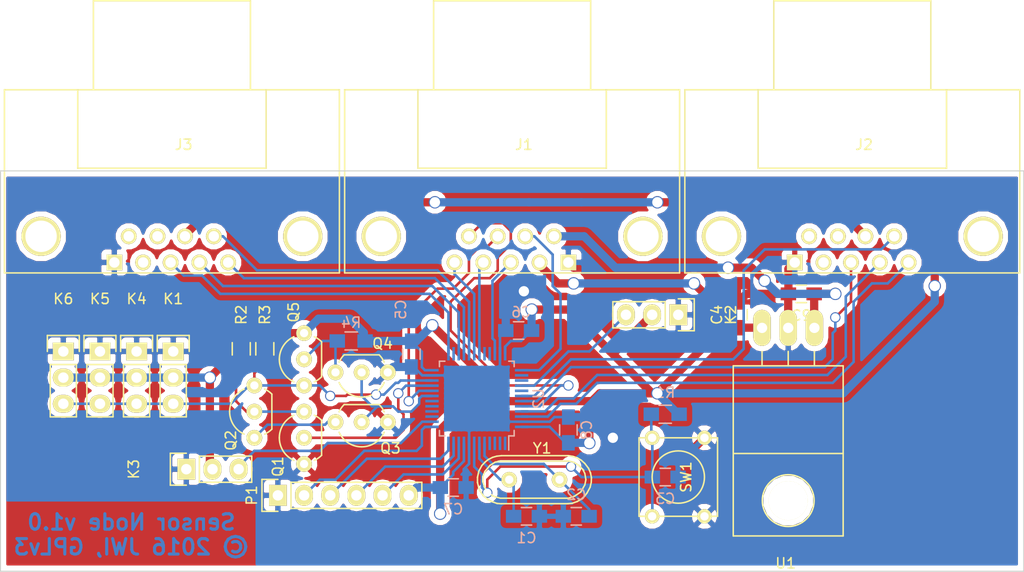
<source format=kicad_pcb>
(kicad_pcb (version 4) (host pcbnew 4.0.2+dfsg1-stable)
  (layers (0 F.Cu signal) (31 B.Cu signal) (34 B.Paste user) (35 F.Paste user) (36 B.SilkS user) (37 F.SilkS user) (38 B.Mask user) (39 F.Mask user) (44 Edge.Cuts user))
  (net 0 "")
  (net 1 "/Sensor Block/XTAL1")
  (net 2 GND)
  (net 3 "/Sensor Block/XTAL2")
  (net 4 "/Sensor Block/RESET")
  (net 5 +3V3)
  (net 6 +5V)
  (net 7 "/Sensor Block/SWDIO")
  (net 8 "/Sensor Block/USART1_RX")
  (net 9 "/Sensor Block/USART1_TX")
  (net 10 "/Sensor Block/BOOT0")
  (net 11 "/Sensor Block/BOOT1")
  (net 12 "/Sensor Block/SWCLK")
  (net 13 "/Sensor Block/LIGHT2_EN")
  (net 14 "/Sensor Block/LIGHT2_SEL2")
  (net 15 "/Sensor Block/LIGHT2_SEL3")
  (net 16 "/Sensor Block/LIGHT2_FREQ")
  (net 17 "/Sensor Block/LIGHT1_EN")
  (net 18 "/Sensor Block/LIGHT1_SEL2")
  (net 19 "/Sensor Block/LIGHT1_SEL3")
  (net 20 "/Sensor Block/LIGHT1_FREQ")
  (net 21 "/Sensor Block/USART To OneWire/ONEWIRE_BUS")
  (net 22 "/Sensor Block/DHT_BUS")
  (net 23 "/Sensor Block/NOISE_LEVEL")
  (net 24 "/Sensor Block/XBEE_RX")
  (net 25 "/Sensor Block/XBEE_TX")
  (net 26 "/Sensor Block/XBEE_RTS")
  (net 27 "/Sensor Block/XBEE_CTS")
  (net 28 "/Sensor Block/USART To OneWire/USART_TX")
  (net 29 "Net-(Q1-Pad3)")
  (net 30 "Net-(Q2-Pad1)")
  (net 31 "/Sensor Block/USART To OneWire/DATA_EN")
  (net 32 "Net-(Q4-Pad3)")
  (module Connect:DB9FC (layer F.Cu) (at 140.97 50.546)
    (fp_text reference J2 (at 1.27 -10.16) (layer F.SilkS))
    (fp_text value DB9)
    (pad "" thru_hole circle (at 12.827 -1.27) (size 3.81 3.81) (drill 3.048) (layers *.Cu *.Mask F.SilkS))
    (pad "" thru_hole circle (at -12.573 -1.27) (size 3.81 3.81) (drill 3.048) (layers *.Cu *.Mask F.SilkS))
    (pad 1 thru_hole rect (at -5.461 1.27) (size 1.524 1.524) (drill 1.016) (layers *.Cu *.Mask F.SilkS) (net 2 GND))
    (pad 2 thru_hole circle (at -2.667 1.27) (size 1.524 1.524) (drill 1.016) (layers *.Cu *.Mask F.SilkS))
    (pad 3 thru_hole circle (at 0 1.27) (size 1.524 1.524) (drill 1.016) (layers *.Cu *.Mask F.SilkS) (net 13 "/Sensor Block/LIGHT2_EN"))
    (pad 4 thru_hole circle (at 2.794 1.27) (size 1.524 1.524) (drill 1.016) (layers *.Cu *.Mask F.SilkS) (net 14 "/Sensor Block/LIGHT2_SEL2"))
    (pad 5 thru_hole circle (at 5.588 1.27) (size 1.524 1.524) (drill 1.016) (layers *.Cu *.Mask F.SilkS) (net 15 "/Sensor Block/LIGHT2_SEL3"))
    (pad 6 thru_hole circle (at -4.064 -1.27) (size 1.524 1.524) (drill 1.016) (layers *.Cu *.Mask F.SilkS))
    (pad 7 thru_hole circle (at -1.27 -1.27) (size 1.524 1.524) (drill 1.016) (layers *.Cu *.Mask F.SilkS))
    (pad 8 thru_hole circle (at 1.397 -1.27) (size 1.524 1.524) (drill 1.016) (layers *.Cu *.Mask F.SilkS) (net 5 +3V3))
    (pad 9 thru_hole circle (at 4.191 -1.27) (size 1.524 1.524) (drill 1.016) (layers *.Cu *.Mask F.SilkS) (net 16 "/Sensor Block/LIGHT2_FREQ"))
  )
  (module Crystals:Crystal_HC49-U_Vertical (layer F.Cu) (at 110.236 72.898)
    (fp_text reference Y1 (at 0.762 -3.048) (layer F.SilkS))
    (fp_text value 24MHz)
    (pad 1 thru_hole circle (at -2.44094 0) (size 1.50114 1.50114) (drill 0.8001) (layers *.Cu *.Mask F.SilkS) (net 1 "/Sensor Block/XTAL1"))
    (pad 2 thru_hole circle (at 2.44094 0) (size 1.50114 1.50114) (drill 0.8001) (layers *.Cu *.Mask F.SilkS) (net 3 "/Sensor Block/XTAL2"))
  )
  (module Connect:DB9MC (layer F.Cu) (at 107.95 50.546)
    (fp_text reference J1 (at 1.27 -10.16) (layer F.SilkS))
    (fp_text value DB9)
    (pad "" thru_hole circle (at 12.827 -1.27) (size 3.81 3.81) (drill 3.048) (layers *.Cu *.Mask F.SilkS))
    (pad "" thru_hole circle (at -12.573 -1.27) (size 3.81 3.81) (drill 3.048) (layers *.Cu *.Mask F.SilkS))
    (pad 1 thru_hole rect (at 5.588 1.27) (size 1.524 1.524) (drill 1.016) (layers *.Cu *.Mask F.SilkS) (net 2 GND))
    (pad 2 thru_hole circle (at 2.794 1.27) (size 1.524 1.524) (drill 1.016) (layers *.Cu *.Mask F.SilkS) (net 5 +3V3))
    (pad 3 thru_hole circle (at 0 1.27) (size 1.524 1.524) (drill 1.016) (layers *.Cu *.Mask F.SilkS) (net 7 "/Sensor Block/SWDIO"))
    (pad 4 thru_hole circle (at -2.667 1.27) (size 1.524 1.524) (drill 1.016) (layers *.Cu *.Mask F.SilkS) (net 8 "/Sensor Block/USART1_RX"))
    (pad 5 thru_hole circle (at -5.461 1.27) (size 1.524 1.524) (drill 1.016) (layers *.Cu *.Mask F.SilkS) (net 9 "/Sensor Block/USART1_TX"))
    (pad 9 thru_hole circle (at -4.064 -1.27) (size 1.524 1.524) (drill 1.016) (layers *.Cu *.Mask F.SilkS) (net 10 "/Sensor Block/BOOT0"))
    (pad 8 thru_hole circle (at -1.27 -1.27) (size 1.524 1.524) (drill 1.016) (layers *.Cu *.Mask F.SilkS) (net 11 "/Sensor Block/BOOT1"))
    (pad 7 thru_hole circle (at 1.397 -1.27) (size 1.524 1.524) (drill 1.016) (layers *.Cu *.Mask F.SilkS) (net 12 "/Sensor Block/SWCLK"))
    (pad 6 thru_hole circle (at 4.191 -1.27) (size 1.524 1.524) (drill 1.016) (layers *.Cu *.Mask F.SilkS) (net 6 +5V))
  )
  (module Capacitors_SMD:C_0805_HandSoldering (layer B.Cu) (at 109.474 76.454)
    (fp_text reference C1 (at 0 2.1) (layer B.SilkS) (effects (justify mirror)))
    (fp_text value 56p)
    (pad 1 smd rect (at -1.25 0) (size 1.5 1.25) (layers B.Cu B.Paste B.Mask) (net 1 "/Sensor Block/XTAL1"))
    (pad 2 smd rect (at 1.25 0) (size 1.5 1.25) (layers B.Cu B.Paste B.Mask) (net 2 GND))
  )
  (module Capacitors_SMD:C_0805_HandSoldering (layer B.Cu) (at 114.3 76.454 180)
    (fp_text reference C2 (at 0 2.1 180) (layer B.SilkS) (effects (justify mirror)))
    (fp_text value 56p)
    (pad 1 smd rect (at -1.25 0 180) (size 1.5 1.25) (layers B.Cu B.Paste B.Mask) (net 3 "/Sensor Block/XTAL2"))
    (pad 2 smd rect (at 1.25 0 180) (size 1.5 1.25) (layers B.Cu B.Paste B.Mask) (net 2 GND))
  )
  (module Capacitors_SMD:C_0805_HandSoldering (layer B.Cu) (at 122.936 72.644)
    (fp_text reference C3 (at 0 2.1) (layer B.SilkS) (effects (justify mirror)))
    (fp_text value 100n)
    (pad 1 smd rect (at -1.25 0) (size 1.5 1.25) (layers B.Cu B.Paste B.Mask) (net 4 "/Sensor Block/RESET"))
    (pad 2 smd rect (at 1.25 0) (size 1.5 1.25) (layers B.Cu B.Paste B.Mask) (net 2 GND))
  )
  (module Capacitors_SMD:C_0805_HandSoldering (layer F.Cu) (at 130.048 56.896 90)
    (fp_text reference C4 (at 0 -2.1 90) (layer F.SilkS))
    (fp_text value 10u)
    (pad 1 smd rect (at -1.25 0 90) (size 1.5 1.25) (layers F.Cu F.Paste F.Mask) (net 5 +3V3))
    (pad 2 smd rect (at 1.25 0 90) (size 1.5 1.25) (layers F.Cu F.Paste F.Mask) (net 2 GND))
  )
  (module Capacitors_SMD:C_0805_HandSoldering (layer B.Cu) (at 98.298 60.706 270)
    (fp_text reference C5 (at -4.318 1.016 270) (layer B.SilkS) (effects (justify mirror)))
    (fp_text value 100n)
    (pad 1 smd rect (at -1.25 0 270) (size 1.5 1.25) (layers B.Cu B.Paste B.Mask) (net 5 +3V3))
    (pad 2 smd rect (at 1.25 0 270) (size 1.5 1.25) (layers B.Cu B.Paste B.Mask) (net 2 GND))
  )
  (module Capacitors_SMD:C_0805_HandSoldering (layer B.Cu) (at 108.712 58.42 180)
    (fp_text reference C6 (at -0.254 1.778 180) (layer B.SilkS) (effects (justify mirror)))
    (fp_text value 100n)
    (pad 1 smd rect (at -1.25 0 180) (size 1.5 1.25) (layers B.Cu B.Paste B.Mask) (net 5 +3V3))
    (pad 2 smd rect (at 1.25 0 180) (size 1.5 1.25) (layers B.Cu B.Paste B.Mask) (net 2 GND))
  )
  (module Capacitors_SMD:C_0805_HandSoldering (layer B.Cu) (at 102.362 73.66)
    (fp_text reference C7 (at 0 2.1) (layer B.SilkS) (effects (justify mirror)))
    (fp_text value 100n)
    (pad 1 smd rect (at -1.25 0) (size 1.5 1.25) (layers B.Cu B.Paste B.Mask) (net 5 +3V3))
    (pad 2 smd rect (at 1.25 0) (size 1.5 1.25) (layers B.Cu B.Paste B.Mask) (net 2 GND))
  )
  (module Capacitors_SMD:C_0805_HandSoldering (layer B.Cu) (at 113.538 68.072 90)
    (fp_text reference C8 (at 0 1.778 90) (layer B.SilkS) (effects (justify mirror)))
    (fp_text value 100n)
    (pad 1 smd rect (at -1.25 0 90) (size 1.5 1.25) (layers B.Cu B.Paste B.Mask) (net 5 +3V3))
    (pad 2 smd rect (at 1.25 0 90) (size 1.5 1.25) (layers B.Cu B.Paste B.Mask) (net 2 GND))
  )
  (module Capacitors_SMD:C_0805_HandSoldering (layer F.Cu) (at 136.144 54.864 180)
    (fp_text reference C9 (at 0 -2.1 180) (layer F.SilkS))
    (fp_text value 10u)
    (pad 1 smd rect (at -1.25 0 180) (size 1.5 1.25) (layers F.Cu F.Paste F.Mask) (net 6 +5V))
    (pad 2 smd rect (at 1.25 0 180) (size 1.5 1.25) (layers F.Cu F.Paste F.Mask) (net 2 GND))
  )
  (module Connect:DB9FC (layer F.Cu) (at 74.93 50.546)
    (fp_text reference J3 (at 1.27 -10.16) (layer F.SilkS))
    (fp_text value DB9)
    (pad "" thru_hole circle (at 12.827 -1.27) (size 3.81 3.81) (drill 3.048) (layers *.Cu *.Mask F.SilkS))
    (pad "" thru_hole circle (at -12.573 -1.27) (size 3.81 3.81) (drill 3.048) (layers *.Cu *.Mask F.SilkS))
    (pad 1 thru_hole rect (at -5.461 1.27) (size 1.524 1.524) (drill 1.016) (layers *.Cu *.Mask F.SilkS) (net 2 GND))
    (pad 2 thru_hole circle (at -2.667 1.27) (size 1.524 1.524) (drill 1.016) (layers *.Cu *.Mask F.SilkS))
    (pad 3 thru_hole circle (at 0 1.27) (size 1.524 1.524) (drill 1.016) (layers *.Cu *.Mask F.SilkS) (net 17 "/Sensor Block/LIGHT1_EN"))
    (pad 4 thru_hole circle (at 2.794 1.27) (size 1.524 1.524) (drill 1.016) (layers *.Cu *.Mask F.SilkS) (net 18 "/Sensor Block/LIGHT1_SEL2"))
    (pad 5 thru_hole circle (at 5.588 1.27) (size 1.524 1.524) (drill 1.016) (layers *.Cu *.Mask F.SilkS) (net 19 "/Sensor Block/LIGHT1_SEL3"))
    (pad 6 thru_hole circle (at -4.064 -1.27) (size 1.524 1.524) (drill 1.016) (layers *.Cu *.Mask F.SilkS))
    (pad 7 thru_hole circle (at -1.27 -1.27) (size 1.524 1.524) (drill 1.016) (layers *.Cu *.Mask F.SilkS))
    (pad 8 thru_hole circle (at 1.397 -1.27) (size 1.524 1.524) (drill 1.016) (layers *.Cu *.Mask F.SilkS) (net 5 +3V3))
    (pad 9 thru_hole circle (at 4.191 -1.27) (size 1.524 1.524) (drill 1.016) (layers *.Cu *.Mask F.SilkS) (net 20 "/Sensor Block/LIGHT1_FREQ"))
  )
  (module Pin_Headers:Pin_Header_Straight_1x03 (layer F.Cu) (at 75.184 60.452)
    (fp_text reference K1 (at 0 -5.1) (layer F.SilkS))
    (fp_text value XLR3)
    (pad 1 thru_hole rect (at 0 0) (size 2.032 1.7272) (drill 1.016) (layers *.Cu *.Mask F.SilkS) (net 2 GND))
    (pad 2 thru_hole oval (at 0 2.54) (size 2.032 1.7272) (drill 1.016) (layers *.Cu *.Mask F.SilkS) (net 5 +3V3))
    (pad 3 thru_hole oval (at 0 5.08) (size 2.032 1.7272) (drill 1.016) (layers *.Cu *.Mask F.SilkS) (net 21 "/Sensor Block/USART To OneWire/ONEWIRE_BUS"))
  )
  (module Pin_Headers:Pin_Header_Straight_1x03 (layer F.Cu) (at 124.206 56.896 270)
    (fp_text reference K2 (at 0 -5.1 270) (layer F.SilkS))
    (fp_text value XLR3)
    (pad 1 thru_hole rect (at 0 0 270) (size 2.032 1.7272) (drill 1.016) (layers *.Cu *.Mask F.SilkS) (net 2 GND))
    (pad 2 thru_hole oval (at 0 2.54 270) (size 2.032 1.7272) (drill 1.016) (layers *.Cu *.Mask F.SilkS) (net 5 +3V3))
    (pad 3 thru_hole oval (at 0 5.08 270) (size 2.032 1.7272) (drill 1.016) (layers *.Cu *.Mask F.SilkS) (net 22 "/Sensor Block/DHT_BUS"))
  )
  (module Pin_Headers:Pin_Header_Straight_1x03 (layer F.Cu) (at 76.454 71.882 90)
    (fp_text reference K3 (at 0 -5.1 90) (layer F.SilkS))
    (fp_text value XLR3)
    (pad 1 thru_hole rect (at 0 0 90) (size 2.032 1.7272) (drill 1.016) (layers *.Cu *.Mask F.SilkS) (net 2 GND))
    (pad 2 thru_hole oval (at 0 2.54 90) (size 2.032 1.7272) (drill 1.016) (layers *.Cu *.Mask F.SilkS) (net 5 +3V3))
    (pad 3 thru_hole oval (at 0 5.08 90) (size 2.032 1.7272) (drill 1.016) (layers *.Cu *.Mask F.SilkS) (net 23 "/Sensor Block/NOISE_LEVEL"))
  )
  (module Pin_Headers:Pin_Header_Straight_1x03 (layer F.Cu) (at 71.628 60.452)
    (fp_text reference K4 (at 0 -5.1) (layer F.SilkS))
    (fp_text value XLR3)
    (pad 1 thru_hole rect (at 0 0) (size 2.032 1.7272) (drill 1.016) (layers *.Cu *.Mask F.SilkS) (net 2 GND))
    (pad 2 thru_hole oval (at 0 2.54) (size 2.032 1.7272) (drill 1.016) (layers *.Cu *.Mask F.SilkS) (net 5 +3V3))
    (pad 3 thru_hole oval (at 0 5.08) (size 2.032 1.7272) (drill 1.016) (layers *.Cu *.Mask F.SilkS) (net 21 "/Sensor Block/USART To OneWire/ONEWIRE_BUS"))
  )
  (module Pin_Headers:Pin_Header_Straight_1x03 (layer F.Cu) (at 68.072 60.452)
    (fp_text reference K5 (at 0 -5.1) (layer F.SilkS))
    (fp_text value XLR3)
    (pad 1 thru_hole rect (at 0 0) (size 2.032 1.7272) (drill 1.016) (layers *.Cu *.Mask F.SilkS) (net 2 GND))
    (pad 2 thru_hole oval (at 0 2.54) (size 2.032 1.7272) (drill 1.016) (layers *.Cu *.Mask F.SilkS) (net 5 +3V3))
    (pad 3 thru_hole oval (at 0 5.08) (size 2.032 1.7272) (drill 1.016) (layers *.Cu *.Mask F.SilkS) (net 21 "/Sensor Block/USART To OneWire/ONEWIRE_BUS"))
  )
  (module Pin_Headers:Pin_Header_Straight_1x03 (layer F.Cu) (at 64.516 60.452)
    (fp_text reference K6 (at 0 -5.1) (layer F.SilkS))
    (fp_text value XLR3)
    (pad 1 thru_hole rect (at 0 0) (size 2.032 1.7272) (drill 1.016) (layers *.Cu *.Mask F.SilkS) (net 2 GND))
    (pad 2 thru_hole oval (at 0 2.54) (size 2.032 1.7272) (drill 1.016) (layers *.Cu *.Mask F.SilkS) (net 5 +3V3))
    (pad 3 thru_hole oval (at 0 5.08) (size 2.032 1.7272) (drill 1.016) (layers *.Cu *.Mask F.SilkS) (net 21 "/Sensor Block/USART To OneWire/ONEWIRE_BUS"))
  )
  (module Pin_Headers:Pin_Header_Straight_1x06 (layer F.Cu) (at 85.344 74.422 90)
    (fp_text reference P1 (at 0 -2.54 90) (layer F.SilkS))
    (fp_text value XBEE)
    (pad 1 thru_hole rect (at 0 0 90) (size 2.032 1.7272) (drill 1.016) (layers *.Cu *.Mask F.SilkS) (net 2 GND))
    (pad 2 thru_hole oval (at 0 2.54 90) (size 2.032 1.7272) (drill 1.016) (layers *.Cu *.Mask F.SilkS) (net 24 "/Sensor Block/XBEE_RX"))
    (pad 3 thru_hole oval (at 0 5.08 90) (size 2.032 1.7272) (drill 1.016) (layers *.Cu *.Mask F.SilkS) (net 25 "/Sensor Block/XBEE_TX"))
    (pad 4 thru_hole oval (at 0 7.62 90) (size 2.032 1.7272) (drill 1.016) (layers *.Cu *.Mask F.SilkS) (net 26 "/Sensor Block/XBEE_RTS"))
    (pad 5 thru_hole oval (at 0 10.16 90) (size 2.032 1.7272) (drill 1.016) (layers *.Cu *.Mask F.SilkS) (net 27 "/Sensor Block/XBEE_CTS"))
    (pad 6 thru_hole oval (at 0 12.7 90) (size 2.032 1.7272) (drill 1.016) (layers *.Cu *.Mask F.SilkS) (net 5 +3V3))
  )
  (module TO_SOT_Packages_THT:TO-92_Inline_Wide (layer F.Cu) (at 87.884 71.374 90)
    (fp_text reference Q1 (at -0.254 -2.54 270) (layer F.SilkS))
    (fp_text value 2N7000)
    (pad 2 thru_hole circle (at 2.54 0 180) (size 1.524 1.524) (drill 0.8) (layers *.Cu *.Mask F.SilkS) (net 28 "/Sensor Block/USART To OneWire/USART_TX"))
    (pad 3 thru_hole circle (at 5.08 0 180) (size 1.524 1.524) (drill 0.8) (layers *.Cu *.Mask F.SilkS) (net 29 "Net-(Q1-Pad3)"))
    (pad 1 thru_hole circle (at 0 0 180) (size 1.524 1.524) (drill 0.8) (layers *.Cu *.Mask F.SilkS) (net 2 GND))
  )
  (module TO_SOT_Packages_THT:TO-92_Inline_Wide (layer F.Cu) (at 83.058 68.834 90)
    (fp_text reference Q2 (at -0.254 -2.286 270) (layer F.SilkS))
    (fp_text value 2N7000)
    (pad 2 thru_hole circle (at 2.54 0 180) (size 1.524 1.524) (drill 0.8) (layers *.Cu *.Mask F.SilkS) (net 29 "Net-(Q1-Pad3)"))
    (pad 3 thru_hole circle (at 5.08 0 180) (size 1.524 1.524) (drill 0.8) (layers *.Cu *.Mask F.SilkS) (net 21 "/Sensor Block/USART To OneWire/ONEWIRE_BUS"))
    (pad 1 thru_hole circle (at 0 0 180) (size 1.524 1.524) (drill 0.8) (layers *.Cu *.Mask F.SilkS) (net 30 "Net-(Q2-Pad1)"))
  )
  (module TO_SOT_Packages_THT:TO-92_Inline_Wide (layer F.Cu) (at 96.012 67.31 180)
    (fp_text reference Q3 (at -0.254 -2.54 360) (layer F.SilkS))
    (fp_text value 2N7000)
    (pad 2 thru_hole circle (at 2.54 0 270) (size 1.524 1.524) (drill 0.8) (layers *.Cu *.Mask F.SilkS) (net 31 "/Sensor Block/USART To OneWire/DATA_EN"))
    (pad 3 thru_hole circle (at 5.08 0 270) (size 1.524 1.524) (drill 0.8) (layers *.Cu *.Mask F.SilkS) (net 30 "Net-(Q2-Pad1)"))
    (pad 1 thru_hole circle (at 0 0 270) (size 1.524 1.524) (drill 0.8) (layers *.Cu *.Mask F.SilkS) (net 2 GND))
  )
  (module TO_SOT_Packages_THT:TO-92_Inline_Wide (layer F.Cu) (at 96.012 62.484 180)
    (fp_text reference Q4 (at 0.508 2.794 360) (layer F.SilkS))
    (fp_text value 2N7000)
    (pad 2 thru_hole circle (at 2.54 0 270) (size 1.524 1.524) (drill 0.8) (layers *.Cu *.Mask F.SilkS) (net 31 "/Sensor Block/USART To OneWire/DATA_EN"))
    (pad 3 thru_hole circle (at 5.08 0 270) (size 1.524 1.524) (drill 0.8) (layers *.Cu *.Mask F.SilkS) (net 32 "Net-(Q4-Pad3)"))
    (pad 1 thru_hole circle (at 0 0 270) (size 1.524 1.524) (drill 0.8) (layers *.Cu *.Mask F.SilkS) (net 2 GND))
  )
  (module TO_SOT_Packages_THT:TO-92_Inline_Wide (layer F.Cu) (at 87.884 63.754 90)
    (fp_text reference Q5 (at 7.112 -1.016 270) (layer F.SilkS))
    (fp_text value 2N7000)
    (pad 2 thru_hole circle (at 2.54 0 180) (size 1.524 1.524) (drill 0.8) (layers *.Cu *.Mask F.SilkS) (net 32 "Net-(Q4-Pad3)"))
    (pad 3 thru_hole circle (at 5.08 0 180) (size 1.524 1.524) (drill 0.8) (layers *.Cu *.Mask F.SilkS) (net 5 +3V3))
    (pad 1 thru_hole circle (at 0 0 180) (size 1.524 1.524) (drill 0.8) (layers *.Cu *.Mask F.SilkS) (net 21 "/Sensor Block/USART To OneWire/ONEWIRE_BUS"))
  )
  (module Resistors_SMD:R_0805_HandSoldering (layer B.Cu) (at 122.936 66.548 180)
    (fp_text reference R1 (at 0 2.1 180) (layer B.SilkS) (effects (justify mirror)))
    (fp_text value 100k)
    (pad 1 smd rect (at -1.35 0 180) (size 1.5 1.3) (layers B.Cu B.Paste B.Mask) (net 5 +3V3))
    (pad 2 smd rect (at 1.35 0 180) (size 1.5 1.3) (layers B.Cu B.Paste B.Mask) (net 4 "/Sensor Block/RESET"))
  )
  (module Resistors_SMD:R_0805_HandSoldering (layer F.Cu) (at 81.788 60.198 270)
    (fp_text reference R2 (at -3.302 0 270) (layer F.SilkS))
    (fp_text value 100k)
    (pad 1 smd rect (at -1.35 0 270) (size 1.5 1.3) (layers F.Cu F.Paste F.Mask) (net 5 +3V3))
    (pad 2 smd rect (at 1.35 0 270) (size 1.5 1.3) (layers F.Cu F.Paste F.Mask) (net 29 "Net-(Q1-Pad3)"))
  )
  (module Resistors_SMD:R_0805_HandSoldering (layer F.Cu) (at 84.074 60.198 270)
    (fp_text reference R3 (at -3.302 0 270) (layer F.SilkS))
    (fp_text value 4.7k)
    (pad 1 smd rect (at -1.35 0 270) (size 1.5 1.3) (layers F.Cu F.Paste F.Mask) (net 5 +3V3))
    (pad 2 smd rect (at 1.35 0 270) (size 1.5 1.3) (layers F.Cu F.Paste F.Mask) (net 21 "/Sensor Block/USART To OneWire/ONEWIRE_BUS"))
  )
  (module Resistors_SMD:R_0805_HandSoldering (layer B.Cu) (at 92.456 59.436 180)
    (fp_text reference R4 (at 0 1.778 180) (layer B.SilkS) (effects (justify mirror)))
    (fp_text value 100k)
    (pad 1 smd rect (at -1.35 0 180) (size 1.5 1.3) (layers B.Cu B.Paste B.Mask) (net 5 +3V3))
    (pad 2 smd rect (at 1.35 0 180) (size 1.5 1.3) (layers B.Cu B.Paste B.Mask) (net 32 "Net-(Q4-Pad3)"))
  )
  (module Buttons_Switches_ThroughHole:SW_PUSH_SMALL (layer F.Cu) (at 124.206 72.644 270)
    (fp_text reference SW1 (at 0 -0.762 270) (layer F.SilkS))
    (fp_text value SW_PUSH)
    (pad 1 thru_hole circle (at 3.81 -2.54 270) (size 1.397 1.397) (drill 0.8128) (layers *.Cu *.Mask F.SilkS) (net 2 GND))
    (pad 2 thru_hole circle (at 3.81 2.54 270) (size 1.397 1.397) (drill 0.8128) (layers *.Cu *.Mask F.SilkS) (net 4 "/Sensor Block/RESET"))
    (pad 1 thru_hole circle (at -3.81 -2.54 270) (size 1.397 1.397) (drill 0.8128) (layers *.Cu *.Mask F.SilkS) (net 2 GND))
    (pad 2 thru_hole circle (at -3.81 2.54 270) (size 1.397 1.397) (drill 0.8128) (layers *.Cu *.Mask F.SilkS) (net 4 "/Sensor Block/RESET"))
  )
  (module TO_SOT_Packages_THT:TO-220_Neutral123_Horizontal_LargePads (layer F.Cu) (at 134.874 58.166 180)
    (fp_text reference U1 (at 0.24892 -22.84984 180) (layer F.SilkS))
    (fp_text value TS2940-CZ33)
    (pad 2 thru_hole oval (at 0 0 270) (size 3.50012 1.69926) (drill 1.00076) (layers *.Cu *.Mask F.SilkS) (net 2 GND))
    (pad 1 thru_hole oval (at -2.54 0 270) (size 3.50012 1.69926) (drill 1.00076) (layers *.Cu *.Mask F.SilkS) (net 6 +5V))
    (pad 3 thru_hole oval (at 2.54 0 270) (size 3.50012 1.69926) (drill 1.00076) (layers *.Cu *.Mask F.SilkS) (net 5 +3V3))
    (pad "" np_thru_hole circle (at 0 -16.764 270) (size 3.79984 3.79984) (drill 3.79984) (layers *.Cu *.Mask F.SilkS))
  )
  (module Housings_QFP:LQFP-48_7x7mm_Pitch0.5mm (layer B.Cu) (at 104.648 65.024 90)
    (fp_text reference U2 (at 0 6 90) (layer B.SilkS) (effects (justify mirror)))
    (fp_text value STM32F103CB)
    (pad 1 smd rect (at -4.35 2.75 90) (size 1.3 0.25) (layers B.Cu B.Paste B.Mask))
    (pad 2 smd rect (at -4.35 2.25 90) (size 1.3 0.25) (layers B.Cu B.Paste B.Mask))
    (pad 3 smd rect (at -4.35 1.75 90) (size 1.3 0.25) (layers B.Cu B.Paste B.Mask))
    (pad 4 smd rect (at -4.35 1.25 90) (size 1.3 0.25) (layers B.Cu B.Paste B.Mask))
    (pad 5 smd rect (at -4.35 0.75 90) (size 1.3 0.25) (layers B.Cu B.Paste B.Mask) (net 3 "/Sensor Block/XTAL2"))
    (pad 6 smd rect (at -4.35 0.25 90) (size 1.3 0.25) (layers B.Cu B.Paste B.Mask) (net 1 "/Sensor Block/XTAL1"))
    (pad 7 smd rect (at -4.35 -0.25 90) (size 1.3 0.25) (layers B.Cu B.Paste B.Mask) (net 4 "/Sensor Block/RESET"))
    (pad 8 smd rect (at -4.35 -0.75 90) (size 1.3 0.25) (layers B.Cu B.Paste B.Mask) (net 2 GND))
    (pad 9 smd rect (at -4.35 -1.25 90) (size 1.3 0.25) (layers B.Cu B.Paste B.Mask) (net 5 +3V3))
    (pad 10 smd rect (at -4.35 -1.75 90) (size 1.3 0.25) (layers B.Cu B.Paste B.Mask) (net 27 "/Sensor Block/XBEE_CTS"))
    (pad 11 smd rect (at -4.35 -2.25 90) (size 1.3 0.25) (layers B.Cu B.Paste B.Mask) (net 26 "/Sensor Block/XBEE_RTS"))
    (pad 12 smd rect (at -4.35 -2.75 90) (size 1.3 0.25) (layers B.Cu B.Paste B.Mask) (net 25 "/Sensor Block/XBEE_TX"))
    (pad 13 smd rect (at -2.75 -4.35) (size 1.3 0.25) (layers B.Cu B.Paste B.Mask) (net 24 "/Sensor Block/XBEE_RX"))
    (pad 14 smd rect (at -2.25 -4.35) (size 1.3 0.25) (layers B.Cu B.Paste B.Mask) (net 23 "/Sensor Block/NOISE_LEVEL"))
    (pad 15 smd rect (at -1.75 -4.35) (size 1.3 0.25) (layers B.Cu B.Paste B.Mask))
    (pad 16 smd rect (at -1.25 -4.35) (size 1.3 0.25) (layers B.Cu B.Paste B.Mask))
    (pad 17 smd rect (at -0.75 -4.35) (size 1.3 0.25) (layers B.Cu B.Paste B.Mask))
    (pad 18 smd rect (at -0.25 -4.35) (size 1.3 0.25) (layers B.Cu B.Paste B.Mask))
    (pad 19 smd rect (at 0.25 -4.35) (size 1.3 0.25) (layers B.Cu B.Paste B.Mask) (net 31 "/Sensor Block/USART To OneWire/DATA_EN"))
    (pad 20 smd rect (at 0.75 -4.35) (size 1.3 0.25) (layers B.Cu B.Paste B.Mask) (net 11 "/Sensor Block/BOOT1"))
    (pad 21 smd rect (at 1.25 -4.35) (size 1.3 0.25) (layers B.Cu B.Paste B.Mask) (net 28 "/Sensor Block/USART To OneWire/USART_TX"))
    (pad 22 smd rect (at 1.75 -4.35) (size 1.3 0.25) (layers B.Cu B.Paste B.Mask) (net 21 "/Sensor Block/USART To OneWire/ONEWIRE_BUS"))
    (pad 23 smd rect (at 2.25 -4.35) (size 1.3 0.25) (layers B.Cu B.Paste B.Mask) (net 2 GND))
    (pad 24 smd rect (at 2.75 -4.35) (size 1.3 0.25) (layers B.Cu B.Paste B.Mask) (net 5 +3V3))
    (pad 25 smd rect (at 4.35 -2.75 90) (size 1.3 0.25) (layers B.Cu B.Paste B.Mask) (net 17 "/Sensor Block/LIGHT1_EN"))
    (pad 26 smd rect (at 4.35 -2.25 90) (size 1.3 0.25) (layers B.Cu B.Paste B.Mask))
    (pad 27 smd rect (at 4.35 -1.75 90) (size 1.3 0.25) (layers B.Cu B.Paste B.Mask) (net 18 "/Sensor Block/LIGHT1_SEL2"))
    (pad 28 smd rect (at 4.35 -1.25 90) (size 1.3 0.25) (layers B.Cu B.Paste B.Mask) (net 19 "/Sensor Block/LIGHT1_SEL3"))
    (pad 29 smd rect (at 4.35 -0.75 90) (size 1.3 0.25) (layers B.Cu B.Paste B.Mask) (net 20 "/Sensor Block/LIGHT1_FREQ"))
    (pad 30 smd rect (at 4.35 -0.25 90) (size 1.3 0.25) (layers B.Cu B.Paste B.Mask) (net 9 "/Sensor Block/USART1_TX"))
    (pad 31 smd rect (at 4.35 0.25 90) (size 1.3 0.25) (layers B.Cu B.Paste B.Mask) (net 8 "/Sensor Block/USART1_RX"))
    (pad 32 smd rect (at 4.35 0.75 90) (size 1.3 0.25) (layers B.Cu B.Paste B.Mask))
    (pad 33 smd rect (at 4.35 1.25 90) (size 1.3 0.25) (layers B.Cu B.Paste B.Mask))
    (pad 34 smd rect (at 4.35 1.75 90) (size 1.3 0.25) (layers B.Cu B.Paste B.Mask) (net 7 "/Sensor Block/SWDIO"))
    (pad 35 smd rect (at 4.35 2.25 90) (size 1.3 0.25) (layers B.Cu B.Paste B.Mask) (net 2 GND))
    (pad 36 smd rect (at 4.35 2.75 90) (size 1.3 0.25) (layers B.Cu B.Paste B.Mask) (net 5 +3V3))
    (pad 37 smd rect (at 2.75 4.35) (size 1.3 0.25) (layers B.Cu B.Paste B.Mask) (net 12 "/Sensor Block/SWCLK"))
    (pad 38 smd rect (at 2.25 4.35) (size 1.3 0.25) (layers B.Cu B.Paste B.Mask))
    (pad 39 smd rect (at 1.75 4.35) (size 1.3 0.25) (layers B.Cu B.Paste B.Mask))
    (pad 40 smd rect (at 1.25 4.35) (size 1.3 0.25) (layers B.Cu B.Paste B.Mask) (net 22 "/Sensor Block/DHT_BUS"))
    (pad 41 smd rect (at 0.75 4.35) (size 1.3 0.25) (layers B.Cu B.Paste B.Mask))
    (pad 42 smd rect (at 0.25 4.35) (size 1.3 0.25) (layers B.Cu B.Paste B.Mask) (net 16 "/Sensor Block/LIGHT2_FREQ"))
    (pad 43 smd rect (at -0.25 4.35) (size 1.3 0.25) (layers B.Cu B.Paste B.Mask) (net 13 "/Sensor Block/LIGHT2_EN"))
    (pad 44 smd rect (at -0.75 4.35) (size 1.3 0.25) (layers B.Cu B.Paste B.Mask) (net 10 "/Sensor Block/BOOT0"))
    (pad 45 smd rect (at -1.25 4.35) (size 1.3 0.25) (layers B.Cu B.Paste B.Mask) (net 14 "/Sensor Block/LIGHT2_SEL2"))
    (pad 46 smd rect (at -1.75 4.35) (size 1.3 0.25) (layers B.Cu B.Paste B.Mask) (net 15 "/Sensor Block/LIGHT2_SEL3"))
    (pad 47 smd rect (at -2.25 4.35) (size 1.3 0.25) (layers B.Cu B.Paste B.Mask) (net 2 GND))
    (pad 48 smd rect (at -2.75 4.35) (size 1.3 0.25) (layers B.Cu B.Paste B.Mask) (net 5 +3V3))
  )
  (gr_text "Sensor Node v1.0\n© 2016 JWI, GPLv3" (at 71.12 78.232) (layer B.Cu) (effects (font (size 1.5 1.5) (thickness 0.3)) (justify mirror)))
  (gr_line (start 157.734 81.788) (end 157.734 42.926) (angle 90) (layer Edge.Cuts) (width 0.1))
  (gr_line (start 58.42 81.788) (end 157.734 81.788) (angle 90) (layer Edge.Cuts) (width 0.1))
  (gr_line (start 58.42 42.926) (end 58.42 81.788) (angle 90) (layer Edge.Cuts) (width 0.1))
  (gr_line (start 157.734 42.926) (end 58.42 42.926) (angle 90) (layer Edge.Cuts) (width 0.1))
  (gr_text "Sensor Node v1.0\n© 2016 JWI, GPLv3" (at 154.432 69.088 90) (layer F.Cu) (effects (font (size 1.5 1.5) (thickness 0.3))))
  (segment (start 108.224 76.454) (end 108.224 73.32694) (width 0.25) (layer B.Cu) (net 1))
  (segment (start 108.224 73.32694) (end 107.79506 72.898) (width 0.25) (layer B.Cu) (net 1))
  (segment (start 104.898 69.374) (end 104.898 70.862) (width 0.25) (layer B.Cu) (net 1))
  (segment (start 106.934 72.898) (end 107.79506 72.898) (width 0.25) (layer B.Cu) (net 1))
  (segment (start 104.898 70.862) (end 106.934 72.898) (width 0.25) (layer B.Cu) (net 1))
  (segment (start 107.442 72.898) (end 107.79506 72.898) (width 0.25) (layer B.Cu) (net 1))
  (segment (start 130.048 55.626) (end 130.81 54.864) (width 0.8) (layer F.Cu) (net 2))
  (segment (start 130.81 54.864) (end 134.894 54.864) (width 0.8) (layer F.Cu) (net 2))
  (segment (start 134.894 52.431) (end 135.509 51.816) (width 0.8) (layer F.Cu) (net 2))
  (segment (start 134.894 54.864) (end 134.894 52.431) (width 0.8) (layer F.Cu) (net 2))
  (segment (start 134.874 58.166) (end 134.874 54.884) (width 0.8) (layer F.Cu) (net 2))
  (segment (start 134.874 54.884) (end 134.894 54.864) (width 0.8) (layer F.Cu) (net 2))
  (segment (start 103.898 69.374) (end 103.898 67.957) (width 0.25) (layer B.Cu) (net 2))
  (segment (start 103.898 67.957) (end 103.886 67.945) (width 0.25) (layer B.Cu) (net 2))
  (segment (start 108.998 67.274) (end 107.605 67.274) (width 0.25) (layer B.Cu) (net 2))
  (segment (start 107.605 67.274) (end 107.569 67.31) (width 0.25) (layer B.Cu) (net 2))
  (segment (start 106.898 60.674) (end 106.898 62.321) (width 0.25) (layer B.Cu) (net 2))
  (segment (start 106.898 62.321) (end 106.934 62.357) (width 0.25) (layer B.Cu) (net 2))
  (segment (start 100.298 62.774) (end 101.945 62.774) (width 0.25) (layer B.Cu) (net 2))
  (segment (start 101.945 62.774) (end 101.981 62.738) (width 0.25) (layer B.Cu) (net 2))
  (segment (start 113.538 66.822) (end 115.844 66.822) (width 0.8) (layer B.Cu) (net 2))
  (segment (start 124.968 70.612) (end 126.746 68.834) (width 0.8) (layer F.Cu) (net 2))
  (segment (start 119.634 70.612) (end 124.968 70.612) (width 0.8) (layer F.Cu) (net 2))
  (segment (start 117.856 68.834) (end 119.634 70.612) (width 0.8) (layer F.Cu) (net 2))
  (via (at 117.856 68.834) (size 1.2) (drill 1) (layers F.Cu B.Cu) (net 2))
  (segment (start 115.844 66.822) (end 117.856 68.834) (width 0.8) (layer B.Cu) (net 2))
  (segment (start 107.462 58.42) (end 107.462 56.368) (width 0.8) (layer B.Cu) (net 2))
  (via (at 109.22 54.61) (size 1.2) (drill 1) (layers F.Cu B.Cu) (net 2))
  (segment (start 107.462 56.368) (end 109.22 54.61) (width 0.8) (layer B.Cu) (net 2))
  (segment (start 130.048 55.646) (end 130.048 55.626) (width 0.8) (layer F.Cu) (net 2))
  (segment (start 130.048 55.626) (end 126.746 52.324) (width 0.8) (layer F.Cu) (net 2))
  (segment (start 126.746 52.324) (end 114.046 52.324) (width 0.8) (layer F.Cu) (net 2))
  (segment (start 114.046 52.324) (end 113.538 51.816) (width 0.8) (layer F.Cu) (net 2))
  (segment (start 98.298 61.956) (end 96.54 61.956) (width 0.8) (layer B.Cu) (net 2))
  (segment (start 96.54 61.956) (end 96.012 62.484) (width 0.8) (layer B.Cu) (net 2))
  (segment (start 106.898 60.674) (end 106.898 58.984) (width 0.25) (layer B.Cu) (net 2))
  (segment (start 106.898 58.984) (end 107.462 58.42) (width 0.25) (layer B.Cu) (net 2))
  (segment (start 103.898 69.374) (end 103.898 71.362) (width 0.25) (layer B.Cu) (net 2))
  (segment (start 103.378 71.882) (end 103.378 73.426) (width 0.25) (layer B.Cu) (net 2))
  (segment (start 103.898 71.362) (end 103.378 71.882) (width 0.25) (layer B.Cu) (net 2))
  (segment (start 103.378 73.426) (end 103.612 73.66) (width 0.25) (layer B.Cu) (net 2))
  (segment (start 108.998 67.274) (end 111.724 67.274) (width 0.25) (layer B.Cu) (net 2))
  (segment (start 112.176 66.822) (end 113.538 66.822) (width 0.25) (layer B.Cu) (net 2))
  (segment (start 111.724 67.274) (end 112.176 66.822) (width 0.25) (layer B.Cu) (net 2))
  (segment (start 100.298 62.774) (end 99.35 62.774) (width 0.25) (layer B.Cu) (net 2))
  (segment (start 99.35 62.774) (end 98.532 61.956) (width 0.25) (layer B.Cu) (net 2))
  (segment (start 98.532 61.956) (end 98.298 61.956) (width 0.25) (layer B.Cu) (net 2))
  (segment (start 103.378 73.426) (end 103.612 73.66) (width 0.25) (layer B.Cu) (net 2))
  (segment (start 115.55 76.454) (end 115.55 75.77106) (width 0.25) (layer B.Cu) (net 3))
  (segment (start 115.55 75.77106) (end 112.67694 72.898) (width 0.25) (layer B.Cu) (net 3))
  (segment (start 105.398 69.374) (end 105.398 70.6) (width 0.25) (layer B.Cu) (net 3))
  (segment (start 111.15294 71.374) (end 112.67694 72.898) (width 0.25) (layer B.Cu) (net 3))
  (segment (start 106.172 71.374) (end 111.15294 71.374) (width 0.25) (layer B.Cu) (net 3))
  (segment (start 105.398 70.6) (end 106.172 71.374) (width 0.25) (layer B.Cu) (net 3))
  (segment (start 112.67694 72.898) (end 112.776 72.898) (width 0.25) (layer B.Cu) (net 3))
  (segment (start 104.398 69.374) (end 104.398 71.632) (width 0.25) (layer B.Cu) (net 4))
  (segment (start 114.808 72.644) (end 113.792 71.628) (width 0.25) (layer B.Cu) (net 4))
  (via (at 113.792 71.628) (size 1) (drill 0.8) (layers F.Cu B.Cu) (net 4))
  (segment (start 113.792 71.628) (end 106.934 71.628) (width 0.25) (layer F.Cu) (net 4))
  (segment (start 106.934 71.628) (end 105.664 72.898) (width 0.25) (layer F.Cu) (net 4))
  (segment (start 105.664 72.898) (end 105.664 74.168) (width 0.25) (layer F.Cu) (net 4))
  (via (at 105.664 74.168) (size 1) (drill 0.8) (layers F.Cu B.Cu) (net 4))
  (segment (start 105.664 74.168) (end 105.156 73.66) (width 0.25) (layer B.Cu) (net 4))
  (segment (start 105.156 73.66) (end 105.156 72.39) (width 0.25) (layer B.Cu) (net 4))
  (segment (start 105.156 72.39) (end 104.648 71.882) (width 0.25) (layer B.Cu) (net 4))
  (segment (start 114.808 72.644) (end 121.686 72.644) (width 0.25) (layer B.Cu) (net 4))
  (segment (start 104.398 71.632) (end 104.648 71.882) (width 0.25) (layer B.Cu) (net 4))
  (segment (start 121.686 72.644) (end 121.686 76.434) (width 0.25) (layer B.Cu) (net 4))
  (segment (start 121.686 76.434) (end 121.666 76.454) (width 0.25) (layer B.Cu) (net 4))
  (segment (start 121.686 72.644) (end 121.686 68.854) (width 0.25) (layer B.Cu) (net 4))
  (segment (start 121.686 68.854) (end 121.666 68.834) (width 0.25) (layer B.Cu) (net 4))
  (segment (start 121.586 66.548) (end 121.586 68.754) (width 0.25) (layer B.Cu) (net 4))
  (segment (start 121.586 68.754) (end 121.666 68.834) (width 0.25) (layer B.Cu) (net 4))
  (segment (start 107.696 65.278) (end 103.886 65.278) (width 0.8) (layer F.Cu) (net 5))
  (segment (start 101.112 76.18) (end 101.112 73.66) (width 0.8) (layer B.Cu) (net 5))
  (segment (start 101.092 76.2) (end 101.112 76.18) (width 0.8) (layer B.Cu) (net 5))
  (via (at 101.092 76.2) (size 1.2) (drill 1) (layers F.Cu B.Cu) (net 5))
  (segment (start 101.092 68.072) (end 101.092 76.2) (width 0.8) (layer F.Cu) (net 5))
  (segment (start 103.886 65.278) (end 101.092 68.072) (width 0.8) (layer F.Cu) (net 5))
  (segment (start 113.538 69.322) (end 115.55 69.322) (width 0.8) (layer B.Cu) (net 5))
  (segment (start 115.57 65.278) (end 115.57 65.786) (width 0.8) (layer F.Cu) (net 5))
  (segment (start 115.57 69.342) (end 115.57 65.278) (width 0.8) (layer F.Cu) (net 5))
  (via (at 115.57 69.342) (size 1.2) (drill 1) (layers F.Cu B.Cu) (net 5))
  (segment (start 115.55 69.322) (end 115.57 69.342) (width 0.8) (layer B.Cu) (net 5))
  (segment (start 78.74 62.992) (end 78.74 71.628) (width 0.8) (layer F.Cu) (net 5))
  (segment (start 78.74 71.628) (end 78.994 71.882) (width 0.8) (layer F.Cu) (net 5))
  (segment (start 93.679 59.436) (end 93.679 58.627) (width 0.8) (layer B.Cu) (net 5))
  (segment (start 89.281 57.277) (end 87.884 58.674) (width 0.8) (layer B.Cu) (net 5))
  (segment (start 92.329 57.277) (end 89.281 57.277) (width 0.8) (layer B.Cu) (net 5))
  (segment (start 93.679 58.627) (end 92.329 57.277) (width 0.8) (layer B.Cu) (net 5))
  (segment (start 93.679 59.436) (end 98.278 59.436) (width 0.8) (layer B.Cu) (net 5))
  (segment (start 98.278 59.436) (end 98.298 59.456) (width 0.8) (layer B.Cu) (net 5))
  (segment (start 124.286 66.548) (end 124.206 66.548) (width 0.8) (layer B.Cu) (net 5))
  (segment (start 124.206 66.548) (end 122.174 64.516) (width 0.8) (layer B.Cu) (net 5))
  (segment (start 117.602 60.452) (end 118.11 60.452) (width 0.8) (layer F.Cu) (net 5))
  (segment (start 118.11 60.452) (end 121.666 56.896) (width 0.8) (layer F.Cu) (net 5))
  (segment (start 130.048 58.146) (end 130.028 58.146) (width 0.8) (layer F.Cu) (net 5))
  (segment (start 130.028 58.146) (end 125.73 53.848) (width 0.8) (layer F.Cu) (net 5))
  (segment (start 112.522 53.848) (end 110.744 52.07) (width 0.8) (layer F.Cu) (net 5))
  (segment (start 114.046 53.848) (end 112.522 53.848) (width 0.8) (layer F.Cu) (net 5))
  (via (at 114.046 53.848) (size 1.2) (drill 1) (layers F.Cu B.Cu) (net 5))
  (segment (start 119.126 53.848) (end 114.046 53.848) (width 0.8) (layer B.Cu) (net 5))
  (segment (start 125.73 53.848) (end 119.126 53.848) (width 0.8) (layer B.Cu) (net 5))
  (via (at 125.73 53.848) (size 1.2) (drill 1) (layers F.Cu B.Cu) (net 5))
  (segment (start 110.744 52.07) (end 110.744 51.816) (width 0.8) (layer F.Cu) (net 5))
  (segment (start 139.065 45.974) (end 145.542 45.974) (width 0.8) (layer F.Cu) (net 5))
  (segment (start 140.208 64.516) (end 149.098 55.626) (width 0.8) (layer B.Cu) (net 5))
  (segment (start 149.098 55.626) (end 149.098 54.102) (width 0.8) (layer B.Cu) (net 5))
  (via (at 149.098 54.102) (size 1.2) (drill 1) (layers F.Cu B.Cu) (net 5))
  (segment (start 140.208 64.516) (end 122.174 64.516) (width 0.8) (layer B.Cu) (net 5))
  (segment (start 149.098 49.53) (end 149.098 54.102) (width 0.8) (layer F.Cu) (net 5))
  (segment (start 145.542 45.974) (end 149.098 49.53) (width 0.8) (layer F.Cu) (net 5))
  (segment (start 131.064 45.974) (end 139.065 45.974) (width 0.8) (layer F.Cu) (net 5))
  (segment (start 109.728 45.974) (end 114.808 45.974) (width 0.8) (layer B.Cu) (net 5))
  (segment (start 100.584 45.974) (end 109.728 45.974) (width 0.8) (layer B.Cu) (net 5))
  (via (at 100.584 45.974) (size 1.2) (drill 1) (layers F.Cu B.Cu) (net 5))
  (segment (start 79.502 45.974) (end 100.584 45.974) (width 0.8) (layer F.Cu) (net 5))
  (segment (start 76.327 49.149) (end 79.502 45.974) (width 0.8) (layer F.Cu) (net 5))
  (via (at 122.174 45.974) (size 1.2) (drill 1) (layers F.Cu B.Cu) (net 5))
  (segment (start 122.174 45.974) (end 131.064 45.974) (width 0.8) (layer F.Cu) (net 5))
  (segment (start 114.808 45.974) (end 122.174 45.974) (width 0.8) (layer B.Cu) (net 5))
  (segment (start 139.065 45.974) (end 142.367 49.276) (width 0.8) (layer F.Cu) (net 5))
  (segment (start 107.696 65.278) (end 115.824 65.278) (width 0.8) (layer F.Cu) (net 5))
  (segment (start 115.824 65.278) (end 116.586 64.516) (width 0.8) (layer F.Cu) (net 5))
  (segment (start 116.586 64.516) (end 122.174 64.516) (width 0.8) (layer F.Cu) (net 5))
  (segment (start 109.962 58.42) (end 109.962 56.408) (width 0.8) (layer B.Cu) (net 5))
  (segment (start 121.666 64.516) (end 122.174 64.516) (width 0.8) (layer F.Cu) (net 5))
  (segment (start 113.538 56.388) (end 117.602 60.452) (width 0.8) (layer F.Cu) (net 5))
  (segment (start 117.602 60.452) (end 121.666 64.516) (width 0.8) (layer F.Cu) (net 5))
  (segment (start 109.982 56.388) (end 113.538 56.388) (width 0.8) (layer F.Cu) (net 5))
  (via (at 109.982 56.388) (size 1.2) (drill 1) (layers F.Cu B.Cu) (net 5))
  (segment (start 109.962 56.408) (end 109.982 56.388) (width 0.8) (layer B.Cu) (net 5))
  (via (at 122.174 64.516) (size 1.2) (drill 1) (layers F.Cu B.Cu) (net 5))
  (segment (start 128.544 58.146) (end 130.048 58.146) (width 0.8) (layer F.Cu) (net 5))
  (segment (start 122.174 64.516) (end 128.544 58.146) (width 0.8) (layer F.Cu) (net 5))
  (segment (start 130.048 58.146) (end 132.314 58.146) (width 0.8) (layer F.Cu) (net 5))
  (segment (start 132.314 58.146) (end 132.334 58.166) (width 0.8) (layer F.Cu) (net 5))
  (segment (start 68.072 62.992) (end 64.516 62.992) (width 0.8) (layer B.Cu) (net 5))
  (segment (start 71.628 62.992) (end 68.072 62.992) (width 0.8) (layer B.Cu) (net 5))
  (segment (start 75.184 62.992) (end 71.628 62.992) (width 0.8) (layer B.Cu) (net 5))
  (segment (start 81.788 58.848) (end 81.36 58.848) (width 0.8) (layer F.Cu) (net 5))
  (segment (start 81.36 58.848) (end 80.01 60.198) (width 0.8) (layer F.Cu) (net 5))
  (segment (start 78.74 62.992) (end 75.184 62.992) (width 0.8) (layer B.Cu) (net 5))
  (via (at 78.74 62.992) (size 1.2) (drill 1) (layers F.Cu B.Cu) (net 5))
  (segment (start 80.01 61.722) (end 78.74 62.992) (width 0.8) (layer F.Cu) (net 5))
  (segment (start 80.01 60.198) (end 80.01 61.722) (width 0.8) (layer F.Cu) (net 5))
  (segment (start 76.327 49.276) (end 76.327 49.149) (width 0.8) (layer F.Cu) (net 5))
  (segment (start 98.298 59.456) (end 98.786 59.456) (width 0.8) (layer B.Cu) (net 5))
  (segment (start 98.786 59.456) (end 100.33 57.912) (width 0.8) (layer B.Cu) (net 5))
  (segment (start 104.648 62.23) (end 107.696 65.278) (width 0.8) (layer F.Cu) (net 5))
  (segment (start 100.33 57.912) (end 104.648 62.23) (width 0.8) (layer F.Cu) (net 5))
  (via (at 100.33 57.912) (size 1.2) (drill 1) (layers F.Cu B.Cu) (net 5))
  (segment (start 98.298 59.456) (end 97.81 59.456) (width 0.8) (layer B.Cu) (net 5))
  (segment (start 101.112 73.66) (end 98.806 73.66) (width 0.8) (layer B.Cu) (net 5))
  (segment (start 98.806 73.66) (end 98.044 74.422) (width 0.8) (layer B.Cu) (net 5))
  (segment (start 107.398 60.674) (end 107.398 59.988) (width 0.25) (layer B.Cu) (net 5))
  (segment (start 107.398 59.988) (end 107.95 59.436) (width 0.25) (layer B.Cu) (net 5))
  (segment (start 107.95 59.436) (end 108.946 59.436) (width 0.25) (layer B.Cu) (net 5))
  (segment (start 108.946 59.436) (end 109.962 58.42) (width 0.25) (layer B.Cu) (net 5))
  (segment (start 81.788 58.848) (end 81.788 58.928) (width 0.8) (layer F.Cu) (net 5))
  (segment (start 84.074 58.848) (end 81.788 58.848) (width 0.8) (layer F.Cu) (net 5))
  (segment (start 87.884 58.674) (end 84.248 58.674) (width 0.8) (layer F.Cu) (net 5))
  (segment (start 84.248 58.674) (end 84.074 58.848) (width 0.8) (layer F.Cu) (net 5))
  (segment (start 103.398 69.374) (end 103.398 71.1) (width 0.25) (layer B.Cu) (net 5))
  (segment (start 102.362 72.41) (end 101.112 73.66) (width 0.25) (layer B.Cu) (net 5))
  (segment (start 102.362 72.136) (end 102.362 72.41) (width 0.25) (layer B.Cu) (net 5))
  (segment (start 103.398 71.1) (end 102.362 72.136) (width 0.25) (layer B.Cu) (net 5))
  (segment (start 108.998 67.774) (end 111.716 67.774) (width 0.25) (layer B.Cu) (net 5))
  (segment (start 111.716 67.774) (end 113.264 69.322) (width 0.25) (layer B.Cu) (net 5))
  (segment (start 113.264 69.322) (end 113.538 69.322) (width 0.25) (layer B.Cu) (net 5))
  (segment (start 100.298 62.274) (end 99.612 62.274) (width 0.25) (layer B.Cu) (net 5))
  (segment (start 99.314 60.472) (end 98.298 59.456) (width 0.25) (layer B.Cu) (net 5))
  (segment (start 99.314 61.976) (end 99.314 60.472) (width 0.25) (layer B.Cu) (net 5))
  (segment (start 99.612 62.274) (end 99.314 61.976) (width 0.25) (layer B.Cu) (net 5))
  (segment (start 101.112 73.66) (end 101.112 73.386) (width 0.25) (layer B.Cu) (net 5))
  (via (at 139.446 54.864) (size 1.2) (drill 1) (layers F.Cu B.Cu) (net 6))
  (segment (start 137.394 54.864) (end 139.446 54.864) (width 0.8) (layer F.Cu) (net 6))
  (segment (start 115.062 49.276) (end 112.141 49.276) (width 0.8) (layer B.Cu) (net 6))
  (segment (start 139.446 54.864) (end 133.858 54.864) (width 0.8) (layer B.Cu) (net 6))
  (segment (start 133.858 54.864) (end 132.588 53.594) (width 0.8) (layer B.Cu) (net 6))
  (via (at 132.588 53.594) (size 1.2) (drill 1) (layers F.Cu B.Cu) (net 6))
  (segment (start 132.588 53.594) (end 131.318 52.324) (width 0.8) (layer F.Cu) (net 6))
  (segment (start 131.318 52.324) (end 129.032 52.324) (width 0.8) (layer F.Cu) (net 6))
  (via (at 129.032 52.324) (size 1.2) (drill 1) (layers F.Cu B.Cu) (net 6))
  (segment (start 129.032 52.324) (end 118.11 52.324) (width 0.8) (layer B.Cu) (net 6))
  (segment (start 118.11 52.324) (end 115.062 49.276) (width 0.8) (layer B.Cu) (net 6))
  (segment (start 137.394 54.864) (end 137.394 58.146) (width 0.8) (layer F.Cu) (net 6))
  (segment (start 137.394 58.146) (end 137.414 58.166) (width 0.8) (layer F.Cu) (net 6))
  (segment (start 107.95 51.816) (end 106.172 53.594) (width 0.25) (layer B.Cu) (net 7))
  (segment (start 106.398 59.408) (end 106.398 60.674) (width 0.25) (layer B.Cu) (net 7))
  (segment (start 106.172 59.182) (end 106.398 59.408) (width 0.25) (layer B.Cu) (net 7))
  (segment (start 106.172 53.594) (end 106.172 59.182) (width 0.25) (layer B.Cu) (net 7))
  (segment (start 104.898 60.674) (end 104.898 52.201) (width 0.25) (layer B.Cu) (net 8))
  (segment (start 104.898 52.201) (end 105.283 51.816) (width 0.25) (layer B.Cu) (net 8))
  (segment (start 104.398 60.674) (end 104.398 54.868) (width 0.25) (layer B.Cu) (net 9))
  (segment (start 102.489 52.959) (end 102.489 51.816) (width 0.25) (layer B.Cu) (net 9))
  (segment (start 104.398 54.868) (end 102.489 52.959) (width 0.25) (layer B.Cu) (net 9))
  (segment (start 108.458 63.754) (end 107.442 63.754) (width 0.25) (layer F.Cu) (net 10))
  (segment (start 110.756 65.774) (end 112.776 63.754) (width 0.25) (layer B.Cu) (net 10))
  (segment (start 112.776 63.754) (end 113.538 63.754) (width 0.25) (layer B.Cu) (net 10))
  (via (at 113.538 63.754) (size 1) (drill 0.8) (layers F.Cu B.Cu) (net 10))
  (segment (start 113.538 63.754) (end 108.458 63.754) (width 0.25) (layer F.Cu) (net 10))
  (segment (start 106.68 51.308) (end 107.95 50.038) (width 0.25) (layer F.Cu) (net 10))
  (segment (start 107.95 50.038) (end 107.95 48.768) (width 0.25) (layer F.Cu) (net 10))
  (segment (start 107.95 48.768) (end 107.188 48.006) (width 0.25) (layer F.Cu) (net 10))
  (segment (start 107.188 48.006) (end 105.156 48.006) (width 0.25) (layer F.Cu) (net 10))
  (segment (start 103.886 49.276) (end 105.156 48.006) (width 0.25) (layer F.Cu) (net 10))
  (segment (start 110.756 65.774) (end 108.998 65.774) (width 0.25) (layer B.Cu) (net 10))
  (segment (start 106.68 52.578) (end 106.68 51.308) (width 0.25) (layer F.Cu) (net 10))
  (segment (start 105.918 53.34) (end 106.68 52.578) (width 0.25) (layer F.Cu) (net 10))
  (segment (start 104.394 53.34) (end 105.918 53.34) (width 0.25) (layer F.Cu) (net 10))
  (segment (start 102.108 55.626) (end 104.394 53.34) (width 0.25) (layer F.Cu) (net 10))
  (segment (start 102.108 58.42) (end 102.108 55.626) (width 0.25) (layer F.Cu) (net 10))
  (segment (start 107.442 63.754) (end 102.108 58.42) (width 0.25) (layer F.Cu) (net 10))
  (segment (start 100.298 64.274) (end 99.048 64.274) (width 0.25) (layer B.Cu) (net 11))
  (segment (start 105.664 50.292) (end 106.68 49.276) (width 0.25) (layer F.Cu) (net 11))
  (segment (start 104.902 50.292) (end 105.664 50.292) (width 0.25) (layer F.Cu) (net 11))
  (segment (start 103.886 51.308) (end 104.902 50.292) (width 0.25) (layer F.Cu) (net 11))
  (segment (start 103.886 52.832) (end 103.886 51.308) (width 0.25) (layer F.Cu) (net 11))
  (segment (start 102.362 54.356) (end 103.886 52.832) (width 0.25) (layer F.Cu) (net 11))
  (segment (start 100.838 54.356) (end 102.362 54.356) (width 0.25) (layer F.Cu) (net 11))
  (segment (start 98.044 57.15) (end 100.838 54.356) (width 0.25) (layer F.Cu) (net 11))
  (segment (start 98.044 65.278) (end 98.044 57.15) (width 0.25) (layer F.Cu) (net 11))
  (via (at 98.044 65.278) (size 1) (drill 0.8) (layers F.Cu B.Cu) (net 11))
  (segment (start 99.048 64.274) (end 98.044 65.278) (width 0.25) (layer B.Cu) (net 11))
  (segment (start 109.347 49.276) (end 110.236 49.276) (width 0.25) (layer B.Cu) (net 12))
  (segment (start 110.7 62.274) (end 108.998 62.274) (width 0.25) (layer B.Cu) (net 12))
  (segment (start 112.776 60.198) (end 110.7 62.274) (width 0.25) (layer B.Cu) (net 12))
  (segment (start 112.776 54.864) (end 112.776 60.198) (width 0.25) (layer B.Cu) (net 12))
  (segment (start 112.014 54.102) (end 112.776 54.864) (width 0.25) (layer B.Cu) (net 12))
  (segment (start 112.014 51.054) (end 112.014 54.102) (width 0.25) (layer B.Cu) (net 12))
  (segment (start 110.236 49.276) (end 112.014 51.054) (width 0.25) (layer B.Cu) (net 12))
  (segment (start 139.446 57.15) (end 140.716 55.88) (width 0.25) (layer F.Cu) (net 13))
  (segment (start 138.43 61.976) (end 139.192 61.214) (width 0.25) (layer B.Cu) (net 13))
  (segment (start 110.494 65.274) (end 113.792 61.976) (width 0.25) (layer B.Cu) (net 13))
  (segment (start 113.792 61.976) (end 125.222 61.976) (width 0.25) (layer B.Cu) (net 13))
  (segment (start 108.998 65.274) (end 110.494 65.274) (width 0.25) (layer B.Cu) (net 13))
  (segment (start 125.222 61.976) (end 138.43 61.976) (width 0.25) (layer B.Cu) (net 13))
  (via (at 139.446 57.15) (size 1) (drill 0.8) (layers F.Cu B.Cu) (net 13))
  (segment (start 139.446 58.42) (end 139.446 57.15) (width 0.25) (layer B.Cu) (net 13))
  (segment (start 139.192 58.674) (end 139.446 58.42) (width 0.25) (layer B.Cu) (net 13))
  (segment (start 139.192 61.214) (end 139.192 58.674) (width 0.25) (layer B.Cu) (net 13))
  (segment (start 140.97 55.626) (end 140.97 51.816) (width 0.25) (layer F.Cu) (net 13))
  (segment (start 140.716 55.88) (end 140.97 55.626) (width 0.25) (layer F.Cu) (net 13))
  (segment (start 125.222 62.738) (end 138.684 62.738) (width 0.25) (layer B.Cu) (net 14))
  (segment (start 111.272 66.274) (end 112.522 65.024) (width 0.25) (layer B.Cu) (net 14))
  (segment (start 112.522 65.024) (end 114.046 65.024) (width 0.25) (layer B.Cu) (net 14))
  (segment (start 114.046 65.024) (end 116.332 62.738) (width 0.25) (layer B.Cu) (net 14))
  (segment (start 116.332 62.738) (end 125.222 62.738) (width 0.25) (layer B.Cu) (net 14))
  (segment (start 108.998 66.274) (end 111.272 66.274) (width 0.25) (layer B.Cu) (net 14))
  (segment (start 140.462 55.118) (end 143.764 51.816) (width 0.25) (layer B.Cu) (net 14))
  (segment (start 140.462 60.96) (end 140.462 55.118) (width 0.25) (layer B.Cu) (net 14))
  (segment (start 138.684 62.738) (end 140.462 60.96) (width 0.25) (layer B.Cu) (net 14))
  (segment (start 141.224 61.468) (end 141.224 55.626) (width 0.25) (layer B.Cu) (net 15))
  (segment (start 139.192 63.5) (end 141.224 61.468) (width 0.25) (layer B.Cu) (net 15))
  (segment (start 108.998 66.774) (end 111.534 66.774) (width 0.25) (layer B.Cu) (net 15))
  (segment (start 116.332 63.5) (end 125.222 63.5) (width 0.25) (layer B.Cu) (net 15))
  (segment (start 114.3 65.532) (end 116.332 63.5) (width 0.25) (layer B.Cu) (net 15))
  (segment (start 112.776 65.532) (end 114.3 65.532) (width 0.25) (layer B.Cu) (net 15))
  (segment (start 111.534 66.774) (end 112.776 65.532) (width 0.25) (layer B.Cu) (net 15))
  (segment (start 125.222 63.5) (end 139.192 63.5) (width 0.25) (layer B.Cu) (net 15))
  (segment (start 144.526 53.848) (end 146.558 51.816) (width 0.25) (layer B.Cu) (net 15))
  (segment (start 143.002 53.848) (end 144.526 53.848) (width 0.25) (layer B.Cu) (net 15))
  (segment (start 141.224 55.626) (end 143.002 53.848) (width 0.25) (layer B.Cu) (net 15))
  (segment (start 125.222 61.214) (end 129.54 61.214) (width 0.25) (layer B.Cu) (net 16))
  (segment (start 110.232 64.774) (end 113.792 61.214) (width 0.25) (layer B.Cu) (net 16))
  (segment (start 113.792 61.214) (end 125.222 61.214) (width 0.25) (layer B.Cu) (net 16))
  (segment (start 108.998 64.774) (end 110.232 64.774) (width 0.25) (layer B.Cu) (net 16))
  (segment (start 143.891 50.546) (end 145.161 49.276) (width 0.25) (layer B.Cu) (net 16))
  (segment (start 132.588 50.546) (end 143.891 50.546) (width 0.25) (layer B.Cu) (net 16))
  (segment (start 130.556 52.578) (end 132.588 50.546) (width 0.25) (layer B.Cu) (net 16))
  (segment (start 130.556 60.198) (end 130.556 52.578) (width 0.25) (layer B.Cu) (net 16))
  (segment (start 129.54 61.214) (end 130.556 60.198) (width 0.25) (layer B.Cu) (net 16))
  (segment (start 76.2 53.086) (end 74.93 51.816) (width 0.25) (layer B.Cu) (net 17))
  (segment (start 77.978 53.086) (end 76.2 53.086) (width 0.25) (layer B.Cu) (net 17))
  (segment (start 101.898 56.686) (end 100.076 54.864) (width 0.25) (layer B.Cu) (net 17))
  (segment (start 100.076 54.864) (end 79.756 54.864) (width 0.25) (layer B.Cu) (net 17))
  (segment (start 79.756 54.864) (end 77.978 53.086) (width 0.25) (layer B.Cu) (net 17))
  (segment (start 101.898 60.674) (end 101.898 56.686) (width 0.25) (layer B.Cu) (net 17))
  (segment (start 102.898 60.674) (end 102.898 56.67) (width 0.25) (layer B.Cu) (net 18))
  (segment (start 80.01 54.102) (end 77.724 51.816) (width 0.25) (layer B.Cu) (net 18))
  (segment (start 100.33 54.102) (end 80.01 54.102) (width 0.25) (layer B.Cu) (net 18))
  (segment (start 102.898 56.67) (end 100.33 54.102) (width 0.25) (layer B.Cu) (net 18))
  (segment (start 103.398 60.674) (end 103.398 56.154) (width 0.25) (layer B.Cu) (net 19))
  (segment (start 82.042 53.34) (end 80.518 51.816) (width 0.25) (layer B.Cu) (net 19))
  (segment (start 100.584 53.34) (end 82.042 53.34) (width 0.25) (layer B.Cu) (net 19))
  (segment (start 103.398 56.154) (end 100.584 53.34) (width 0.25) (layer B.Cu) (net 19))
  (segment (start 103.898 60.674) (end 103.898 55.638) (width 0.25) (layer B.Cu) (net 20))
  (segment (start 80.01 49.276) (end 79.121 49.276) (width 0.25) (layer B.Cu) (net 20))
  (segment (start 83.312 52.578) (end 80.01 49.276) (width 0.25) (layer B.Cu) (net 20))
  (segment (start 100.838 52.578) (end 83.312 52.578) (width 0.25) (layer B.Cu) (net 20))
  (segment (start 103.898 55.638) (end 100.838 52.578) (width 0.25) (layer B.Cu) (net 20))
  (segment (start 97.028 63.5) (end 96.774 63.5) (width 0.25) (layer B.Cu) (net 21))
  (segment (start 89.408 63.754) (end 90.424 64.77) (width 0.25) (layer B.Cu) (net 21))
  (via (at 90.424 64.77) (size 1) (drill 0.8) (layers F.Cu B.Cu) (net 21))
  (segment (start 97.028 63.5) (end 97.254 63.274) (width 0.25) (layer B.Cu) (net 21))
  (segment (start 100.298 63.274) (end 97.254 63.274) (width 0.25) (layer B.Cu) (net 21))
  (segment (start 89.408 63.754) (end 87.884 63.754) (width 0.25) (layer B.Cu) (net 21))
  (segment (start 91.948 64.77) (end 90.424 64.77) (width 0.25) (layer F.Cu) (net 21))
  (segment (start 92.075 64.643) (end 91.948 64.77) (width 0.25) (layer F.Cu) (net 21))
  (segment (start 94.869 64.643) (end 92.075 64.643) (width 0.25) (layer F.Cu) (net 21))
  (via (at 94.869 64.643) (size 1) (drill 0.8) (layers F.Cu B.Cu) (net 21))
  (segment (start 95.631 64.643) (end 94.869 64.643) (width 0.25) (layer B.Cu) (net 21))
  (segment (start 96.774 63.5) (end 95.631 64.643) (width 0.25) (layer B.Cu) (net 21))
  (segment (start 75.184 65.532) (end 80.772 65.532) (width 0.25) (layer B.Cu) (net 21))
  (segment (start 80.772 65.532) (end 82.55 63.754) (width 0.25) (layer B.Cu) (net 21))
  (segment (start 83.058 63.754) (end 83.058 62.564) (width 0.25) (layer F.Cu) (net 21))
  (segment (start 83.058 62.564) (end 84.074 61.548) (width 0.25) (layer F.Cu) (net 21))
  (segment (start 68.072 65.532) (end 64.516 65.532) (width 0.25) (layer B.Cu) (net 21))
  (segment (start 71.628 65.532) (end 68.072 65.532) (width 0.25) (layer B.Cu) (net 21))
  (segment (start 75.184 65.532) (end 71.628 65.532) (width 0.25) (layer B.Cu) (net 21))
  (segment (start 83.058 63.754) (end 82.55 63.754) (width 0.25) (layer B.Cu) (net 21))
  (segment (start 83.058 63.754) (end 87.884 63.754) (width 0.25) (layer B.Cu) (net 21))
  (segment (start 108.998 63.774) (end 110.216 63.774) (width 0.25) (layer B.Cu) (net 22))
  (segment (start 115.57 60.452) (end 119.126 56.896) (width 0.25) (layer B.Cu) (net 22))
  (segment (start 113.538 60.452) (end 115.57 60.452) (width 0.25) (layer B.Cu) (net 22))
  (segment (start 110.216 63.774) (end 113.538 60.452) (width 0.25) (layer B.Cu) (net 22))
  (segment (start 100.298 67.274) (end 99.35 67.274) (width 0.25) (layer B.Cu) (net 23))
  (segment (start 83.058 70.104) (end 81.534 71.628) (width 0.25) (layer B.Cu) (net 23))
  (segment (start 89.408 70.104) (end 83.058 70.104) (width 0.25) (layer B.Cu) (net 23))
  (segment (start 90.17 69.342) (end 89.408 70.104) (width 0.25) (layer B.Cu) (net 23))
  (segment (start 97.282 69.342) (end 90.17 69.342) (width 0.25) (layer B.Cu) (net 23))
  (segment (start 99.35 67.274) (end 97.282 69.342) (width 0.25) (layer B.Cu) (net 23))
  (segment (start 81.534 71.628) (end 81.534 71.882) (width 0.25) (layer B.Cu) (net 23))
  (segment (start 100.298 67.774) (end 99.612 67.774) (width 0.25) (layer B.Cu) (net 24))
  (segment (start 97.536 70.104) (end 93.726 70.104) (width 0.25) (layer B.Cu) (net 24))
  (segment (start 93.726 70.104) (end 90.932 72.898) (width 0.25) (layer B.Cu) (net 24))
  (segment (start 90.932 72.898) (end 89.408 72.898) (width 0.25) (layer B.Cu) (net 24))
  (segment (start 89.408 72.898) (end 87.884 74.422) (width 0.25) (layer B.Cu) (net 24))
  (segment (start 98.806 70.104) (end 97.536 70.104) (width 0.25) (layer B.Cu) (net 24))
  (segment (start 99.314 69.596) (end 98.806 70.104) (width 0.25) (layer B.Cu) (net 24))
  (segment (start 99.314 68.072) (end 99.314 69.596) (width 0.25) (layer B.Cu) (net 24))
  (segment (start 99.612 67.774) (end 99.314 68.072) (width 0.25) (layer B.Cu) (net 24))
  (segment (start 101.898 69.374) (end 101.898 70.06) (width 0.25) (layer B.Cu) (net 25))
  (segment (start 93.98 70.866) (end 90.424 74.422) (width 0.25) (layer B.Cu) (net 25))
  (segment (start 101.092 70.866) (end 93.98 70.866) (width 0.25) (layer B.Cu) (net 25))
  (segment (start 101.898 70.06) (end 101.092 70.866) (width 0.25) (layer B.Cu) (net 25))
  (segment (start 102.398 69.374) (end 102.398 70.576) (width 0.25) (layer B.Cu) (net 26))
  (segment (start 95.758 71.628) (end 92.964 74.422) (width 0.25) (layer B.Cu) (net 26))
  (segment (start 101.346 71.628) (end 95.758 71.628) (width 0.25) (layer B.Cu) (net 26))
  (segment (start 102.398 70.576) (end 101.346 71.628) (width 0.25) (layer B.Cu) (net 26))
  (segment (start 102.898 69.374) (end 102.898 70.838) (width 0.25) (layer B.Cu) (net 27))
  (segment (start 97.536 72.39) (end 95.504 74.422) (width 0.25) (layer B.Cu) (net 27))
  (segment (start 101.346 72.39) (end 97.536 72.39) (width 0.25) (layer B.Cu) (net 27))
  (segment (start 102.898 70.838) (end 101.346 72.39) (width 0.25) (layer B.Cu) (net 27))
  (segment (start 100.298 63.774) (end 97.77 63.774) (width 0.25) (layer B.Cu) (net 28))
  (segment (start 96.774 68.834) (end 87.884 68.834) (width 0.25) (layer F.Cu) (net 28))
  (segment (start 97.536 68.072) (end 96.774 68.834) (width 0.25) (layer F.Cu) (net 28))
  (segment (start 97.536 66.548) (end 97.536 68.072) (width 0.25) (layer F.Cu) (net 28))
  (segment (start 97.028 66.04) (end 97.536 66.548) (width 0.25) (layer F.Cu) (net 28))
  (segment (start 97.028 64.516) (end 97.028 66.04) (width 0.25) (layer F.Cu) (net 28))
  (via (at 97.028 64.516) (size 1) (drill 0.8) (layers F.Cu B.Cu) (net 28))
  (segment (start 97.77 63.774) (end 97.028 64.516) (width 0.25) (layer B.Cu) (net 28))
  (segment (start 81.788 61.548) (end 81.788 62.484) (width 0.25) (layer F.Cu) (net 29))
  (segment (start 81.28 65.278) (end 82.296 66.294) (width 0.25) (layer F.Cu) (net 29))
  (segment (start 81.28 62.992) (end 81.28 65.278) (width 0.25) (layer F.Cu) (net 29))
  (segment (start 81.788 62.484) (end 81.28 62.992) (width 0.25) (layer F.Cu) (net 29))
  (segment (start 82.296 66.294) (end 83.058 66.294) (width 0.25) (layer F.Cu) (net 29))
  (segment (start 83.058 66.294) (end 87.884 66.294) (width 0.25) (layer B.Cu) (net 29))
  (segment (start 90.932 67.31) (end 90.17 67.31) (width 0.25) (layer B.Cu) (net 30))
  (segment (start 90.17 67.31) (end 89.916 67.564) (width 0.25) (layer B.Cu) (net 30))
  (segment (start 89.916 67.564) (end 84.328 67.564) (width 0.25) (layer B.Cu) (net 30))
  (segment (start 84.328 67.564) (end 83.058 68.834) (width 0.25) (layer B.Cu) (net 30))
  (segment (start 94.996 65.786) (end 94.488 65.786) (width 0.25) (layer B.Cu) (net 31))
  (segment (start 93.472 64.77) (end 93.472 62.484) (width 0.25) (layer B.Cu) (net 31))
  (segment (start 94.488 65.786) (end 93.472 64.77) (width 0.25) (layer B.Cu) (net 31))
  (segment (start 100.298 64.774) (end 99.31 64.774) (width 0.25) (layer B.Cu) (net 31))
  (segment (start 94.996 65.786) (end 93.472 67.31) (width 0.25) (layer B.Cu) (net 31))
  (segment (start 96.52 65.786) (end 94.996 65.786) (width 0.25) (layer B.Cu) (net 31))
  (segment (start 97.028 66.294) (end 96.52 65.786) (width 0.25) (layer B.Cu) (net 31))
  (segment (start 98.298 66.294) (end 97.028 66.294) (width 0.25) (layer B.Cu) (net 31))
  (segment (start 99.06 65.532) (end 98.298 66.294) (width 0.25) (layer B.Cu) (net 31))
  (segment (start 99.06 65.024) (end 99.06 65.532) (width 0.25) (layer B.Cu) (net 31))
  (segment (start 99.31 64.774) (end 99.06 65.024) (width 0.25) (layer B.Cu) (net 31))
  (segment (start 90.979 59.436) (end 89.662 59.436) (width 0.25) (layer B.Cu) (net 32))
  (segment (start 89.662 59.436) (end 87.884 61.214) (width 0.25) (layer B.Cu) (net 32))
  (segment (start 90.932 62.484) (end 90.932 59.483) (width 0.25) (layer B.Cu) (net 32))
  (segment (start 90.932 59.483) (end 90.979 59.436) (width 0.25) (layer B.Cu) (net 32))
  (zone (net 2) (net_name GND) (layer B.Cu) (connect_pads (clearance 0.508)) (min_thickness 0.254) (fill yes (arc_segments 16) (thermal_gap 0.508) (thermal_bridge_width 0.508))
    (polygon (pts (xy 58.42 42.926) (xy 157.734 42.926) (xy 157.734 81.788) (xy 58.42 81.788)))
  )
  (zone (net 2) (net_name GND) (layer F.Cu) (connect_pads (clearance 0.508)) (min_thickness 0.254) (fill yes (arc_segments 16) (thermal_gap 0.508) (thermal_bridge_width 0.508))
    (polygon (pts (xy 58.42 42.926) (xy 157.734 42.926) (xy 157.734 81.788) (xy 58.42 81.788)))
  )
)
</source>
